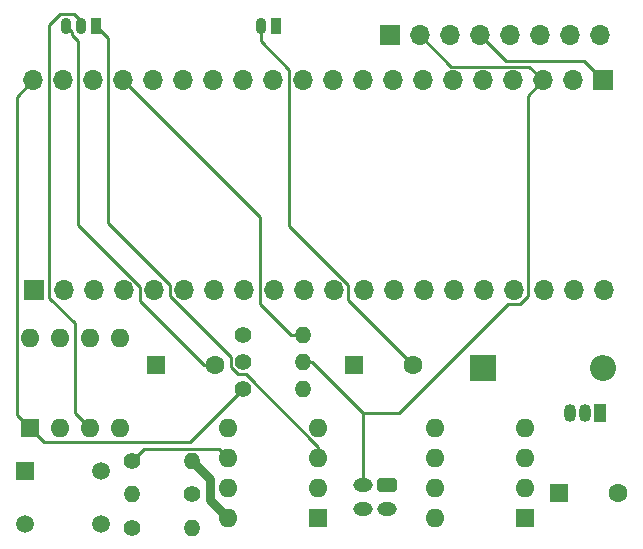
<source format=gbr>
%TF.GenerationSoftware,KiCad,Pcbnew,7.0.7*%
%TF.CreationDate,2023-10-19T14:55:39-04:00*%
%TF.ProjectId,Capstone-board-v1,43617073-746f-46e6-952d-626f6172642d,rev?*%
%TF.SameCoordinates,Original*%
%TF.FileFunction,Copper,L2,Bot*%
%TF.FilePolarity,Positive*%
%FSLAX46Y46*%
G04 Gerber Fmt 4.6, Leading zero omitted, Abs format (unit mm)*
G04 Created by KiCad (PCBNEW 7.0.7) date 2023-10-19 14:55:39*
%MOMM*%
%LPD*%
G01*
G04 APERTURE LIST*
G04 Aperture macros list*
%AMRoundRect*
0 Rectangle with rounded corners*
0 $1 Rounding radius*
0 $2 $3 $4 $5 $6 $7 $8 $9 X,Y pos of 4 corners*
0 Add a 4 corners polygon primitive as box body*
4,1,4,$2,$3,$4,$5,$6,$7,$8,$9,$2,$3,0*
0 Add four circle primitives for the rounded corners*
1,1,$1+$1,$2,$3*
1,1,$1+$1,$4,$5*
1,1,$1+$1,$6,$7*
1,1,$1+$1,$8,$9*
0 Add four rect primitives between the rounded corners*
20,1,$1+$1,$2,$3,$4,$5,0*
20,1,$1+$1,$4,$5,$6,$7,0*
20,1,$1+$1,$6,$7,$8,$9,0*
20,1,$1+$1,$8,$9,$2,$3,0*%
G04 Aperture macros list end*
%TA.AperFunction,ComponentPad*%
%ADD10RoundRect,0.225000X0.225000X0.475000X-0.225000X0.475000X-0.225000X-0.475000X0.225000X-0.475000X0*%
%TD*%
%TA.AperFunction,ComponentPad*%
%ADD11O,0.900000X1.400000*%
%TD*%
%TA.AperFunction,ComponentPad*%
%ADD12R,1.508000X1.508000*%
%TD*%
%TA.AperFunction,ComponentPad*%
%ADD13C,1.508000*%
%TD*%
%TA.AperFunction,ComponentPad*%
%ADD14R,1.050000X1.500000*%
%TD*%
%TA.AperFunction,ComponentPad*%
%ADD15O,1.050000X1.500000*%
%TD*%
%TA.AperFunction,ComponentPad*%
%ADD16C,1.400000*%
%TD*%
%TA.AperFunction,ComponentPad*%
%ADD17O,1.400000X1.400000*%
%TD*%
%TA.AperFunction,ComponentPad*%
%ADD18R,1.600000X1.600000*%
%TD*%
%TA.AperFunction,ComponentPad*%
%ADD19O,1.600000X1.600000*%
%TD*%
%TA.AperFunction,ComponentPad*%
%ADD20C,1.600000*%
%TD*%
%TA.AperFunction,ComponentPad*%
%ADD21RoundRect,0.250000X-0.575000X0.350000X-0.575000X-0.350000X0.575000X-0.350000X0.575000X0.350000X0*%
%TD*%
%TA.AperFunction,ComponentPad*%
%ADD22O,1.650000X1.200000*%
%TD*%
%TA.AperFunction,ComponentPad*%
%ADD23R,1.700000X1.700000*%
%TD*%
%TA.AperFunction,ComponentPad*%
%ADD24O,1.700000X1.700000*%
%TD*%
%TA.AperFunction,ComponentPad*%
%ADD25R,2.200000X2.200000*%
%TD*%
%TA.AperFunction,ComponentPad*%
%ADD26O,2.200000X2.200000*%
%TD*%
%TA.AperFunction,Conductor*%
%ADD27C,0.750000*%
%TD*%
%TA.AperFunction,Conductor*%
%ADD28C,0.250000*%
%TD*%
G04 APERTURE END LIST*
D10*
%TO.P,U3,1,VCC*%
%TO.N,Net-(U1-IN)*%
X29972000Y-22860000D03*
D11*
%TO.P,U3,2,VOUT*%
%TO.N,Net-(U3-VOUT)*%
X28722000Y-22860000D03*
%TO.P,U3,3,GND*%
%TO.N,Earth*%
X27472000Y-22860000D03*
%TD*%
D10*
%TO.P,M1,1,+*%
%TO.N,Net-(D1-K)*%
X45192000Y-22860000D03*
D11*
%TO.P,M1,2,-*%
%TO.N,Net-(D1-A)*%
X43942000Y-22860000D03*
%TD*%
D12*
%TO.P,S1,1*%
%TO.N,Net-(C1-Pad1)*%
X23928000Y-60488000D03*
D13*
%TO.P,S1,2*%
%TO.N,unconnected-(S1-Pad2)*%
X30428000Y-60488000D03*
%TO.P,S1,3*%
%TO.N,unconnected-(S1-Pad3)*%
X23928000Y-64988000D03*
%TO.P,S1,4*%
%TO.N,Net-(U2-THR)*%
X30428000Y-64988000D03*
%TD*%
D14*
%TO.P,Q1,1,E*%
%TO.N,Earth*%
X72644000Y-55626000D03*
D15*
%TO.P,Q1,2,B*%
%TO.N,Net-(Q1-B)*%
X71374000Y-55626000D03*
%TO.P,Q1,3,C*%
%TO.N,Net-(D1-A)*%
X70104000Y-55626000D03*
%TD*%
D16*
%TO.P,R4,1*%
%TO.N,Net-(Q1-B)*%
X42418000Y-49022000D03*
D17*
%TO.P,R4,2*%
%TO.N,Net-(J1-Pin_17)*%
X47498000Y-49022000D03*
%TD*%
D18*
%TO.P,U2,1,GND*%
%TO.N,Earth*%
X48768000Y-64470500D03*
D19*
%TO.P,U2,2,TR*%
%TO.N,Net-(U2-THR)*%
X48768000Y-61930500D03*
%TO.P,U2,3,Q*%
%TO.N,Net-(U1-IN)*%
X48768000Y-59390500D03*
%TO.P,U2,4,R*%
%TO.N,VCC*%
X48768000Y-56850500D03*
%TO.P,U2,5,CV*%
%TO.N,unconnected-(U2-CV-Pad5)*%
X41148000Y-56850500D03*
%TO.P,U2,6,THR*%
%TO.N,Net-(U2-THR)*%
X41148000Y-59390500D03*
%TO.P,U2,7,DIS*%
%TO.N,unconnected-(U2-DIS-Pad7)*%
X41148000Y-61930500D03*
%TO.P,U2,8,VCC*%
%TO.N,VCC*%
X41148000Y-64470500D03*
%TD*%
D18*
%TO.P,U1,1,OUT*%
%TO.N,Net-(D1-K)*%
X66284000Y-64506000D03*
D19*
%TO.P,U1,2,NC/ADJ*%
%TO.N,unconnected-(U1-NC{slash}ADJ-Pad2)*%
X66284000Y-61966000D03*
%TO.P,U1,3,GND*%
%TO.N,Earth*%
X66284000Y-59426000D03*
%TO.P,U1,4,NC*%
%TO.N,unconnected-(U1-NC-Pad4)*%
X66284000Y-56886000D03*
%TO.P,U1,5,\u002ASHDN*%
%TO.N,unconnected-(U1-\u002ASHDN-Pad5)*%
X58664000Y-56886000D03*
%TO.P,U1,6,NC*%
%TO.N,unconnected-(U1-NC-Pad6)*%
X58664000Y-59426000D03*
%TO.P,U1,7,NC*%
%TO.N,unconnected-(U1-NC-Pad7)*%
X58664000Y-61966000D03*
%TO.P,U1,8,IN*%
%TO.N,Net-(U1-IN)*%
X58664000Y-64506000D03*
%TD*%
D18*
%TO.P,C1,1*%
%TO.N,Net-(C1-Pad1)*%
X35092000Y-51562000D03*
D20*
%TO.P,C1,2*%
%TO.N,Earth*%
X40092000Y-51562000D03*
%TD*%
D16*
%TO.P,R6,1*%
%TO.N,Net-(J1-Pin_20)*%
X42418000Y-53594000D03*
D17*
%TO.P,R6,2*%
%TO.N,Net-(U4--)*%
X47498000Y-53594000D03*
%TD*%
D16*
%TO.P,R2,1*%
%TO.N,Earth*%
X38130000Y-62480000D03*
D17*
%TO.P,R2,2*%
%TO.N,Net-(U2-THR)*%
X33050000Y-62480000D03*
%TD*%
D16*
%TO.P,R3,1*%
%TO.N,Net-(U2-THR)*%
X33020000Y-59644500D03*
D17*
%TO.P,R3,2*%
%TO.N,VCC*%
X38100000Y-59644500D03*
%TD*%
D21*
%TO.P,BT1,1,+*%
%TO.N,VCC*%
X54578000Y-61722000D03*
D22*
%TO.P,BT1,2,-*%
%TO.N,Earth*%
X52578000Y-61722000D03*
%TO.P,BT1,3*%
%TO.N,N/C*%
X54578000Y-63722000D03*
%TO.P,BT1,4*%
X52578000Y-63722000D03*
%TD*%
D18*
%TO.P,C3,1*%
%TO.N,Net-(D1-K)*%
X51856000Y-51562000D03*
D20*
%TO.P,C3,2*%
%TO.N,Net-(D1-A)*%
X56856000Y-51562000D03*
%TD*%
D18*
%TO.P,U4,1*%
%TO.N,Net-(J1-Pin_20)*%
X24394000Y-56886000D03*
D19*
%TO.P,U4,2,-*%
%TO.N,Net-(U4--)*%
X26934000Y-56886000D03*
%TO.P,U4,3,+*%
%TO.N,Net-(U3-VOUT)*%
X29474000Y-56886000D03*
%TO.P,U4,4,V-*%
%TO.N,Earth*%
X32014000Y-56886000D03*
%TO.P,U4,5*%
%TO.N,N/C*%
X32014000Y-49266000D03*
%TO.P,U4,6*%
X29474000Y-49266000D03*
%TO.P,U4,7*%
X26934000Y-49266000D03*
%TO.P,U4,8,V+*%
%TO.N,Net-(D1-K)*%
X24394000Y-49266000D03*
%TD*%
D23*
%TO.P,J3,1,Pin_1*%
%TO.N,Net-(D1-K)*%
X54864000Y-23622000D03*
D24*
%TO.P,J3,2,Pin_2*%
%TO.N,Earth*%
X57404000Y-23622000D03*
%TO.P,J3,3,Pin_3*%
%TO.N,Net-(J1-Pin_2)*%
X59944000Y-23622000D03*
%TO.P,J3,4,Pin_4*%
%TO.N,Net-(J1-Pin_1)*%
X62484000Y-23622000D03*
%TO.P,J3,5,Pin_5*%
%TO.N,unconnected-(J3-Pin_5-Pad5)*%
X65024000Y-23622000D03*
%TO.P,J3,6,Pin_6*%
%TO.N,unconnected-(J3-Pin_6-Pad6)*%
X67564000Y-23622000D03*
%TO.P,J3,7,Pin_7*%
%TO.N,unconnected-(J3-Pin_7-Pad7)*%
X70104000Y-23622000D03*
%TO.P,J3,8,Pin_8*%
%TO.N,unconnected-(J3-Pin_8-Pad8)*%
X72644000Y-23622000D03*
%TD*%
D23*
%TO.P,J1,1,Pin_1*%
%TO.N,Net-(J1-Pin_1)*%
X72898000Y-27432000D03*
D24*
%TO.P,J1,2,Pin_2*%
%TO.N,Net-(J1-Pin_2)*%
X70358000Y-27432000D03*
%TO.P,J1,3,Pin_3*%
%TO.N,Earth*%
X67818000Y-27432000D03*
%TO.P,J1,4,Pin_4*%
%TO.N,unconnected-(J1-Pin_4-Pad4)*%
X65278000Y-27432000D03*
%TO.P,J1,5,Pin_5*%
%TO.N,unconnected-(J1-Pin_5-Pad5)*%
X62738000Y-27432000D03*
%TO.P,J1,6,Pin_6*%
%TO.N,unconnected-(J1-Pin_6-Pad6)*%
X60198000Y-27432000D03*
%TO.P,J1,7,Pin_7*%
%TO.N,unconnected-(J1-Pin_7-Pad7)*%
X57658000Y-27432000D03*
%TO.P,J1,8,Pin_8*%
%TO.N,unconnected-(J1-Pin_8-Pad8)*%
X55118000Y-27432000D03*
%TO.P,J1,9,Pin_9*%
%TO.N,unconnected-(J1-Pin_9-Pad9)*%
X52578000Y-27432000D03*
%TO.P,J1,10,Pin_10*%
%TO.N,unconnected-(J1-Pin_10-Pad10)*%
X50038000Y-27432000D03*
%TO.P,J1,11,Pin_11*%
%TO.N,unconnected-(J1-Pin_11-Pad11)*%
X47498000Y-27432000D03*
%TO.P,J1,12,Pin_12*%
%TO.N,unconnected-(J1-Pin_12-Pad12)*%
X44958000Y-27432000D03*
%TO.P,J1,13,Pin_13*%
%TO.N,unconnected-(J1-Pin_13-Pad13)*%
X42418000Y-27432000D03*
%TO.P,J1,14,Pin_14*%
%TO.N,unconnected-(J1-Pin_14-Pad14)*%
X39878000Y-27432000D03*
%TO.P,J1,15,Pin_15*%
%TO.N,unconnected-(J1-Pin_15-Pad15)*%
X37338000Y-27432000D03*
%TO.P,J1,16,Pin_16*%
%TO.N,unconnected-(J1-Pin_16-Pad16)*%
X34798000Y-27432000D03*
%TO.P,J1,17,Pin_17*%
%TO.N,Net-(J1-Pin_17)*%
X32258000Y-27432000D03*
%TO.P,J1,18,Pin_18*%
%TO.N,unconnected-(J1-Pin_18-Pad18)*%
X29718000Y-27432000D03*
%TO.P,J1,19,Pin_19*%
%TO.N,unconnected-(J1-Pin_19-Pad19)*%
X27178000Y-27432000D03*
%TO.P,J1,20,Pin_20*%
%TO.N,Net-(J1-Pin_20)*%
X24638000Y-27432000D03*
%TD*%
D16*
%TO.P,R5,1*%
%TO.N,Net-(U4--)*%
X42418000Y-51308000D03*
D17*
%TO.P,R5,2*%
%TO.N,Earth*%
X47498000Y-51308000D03*
%TD*%
D23*
%TO.P,J2,1,Pin_1*%
%TO.N,unconnected-(J2-Pin_1-Pad1)*%
X24714200Y-45212000D03*
D24*
%TO.P,J2,2,Pin_2*%
%TO.N,unconnected-(J2-Pin_2-Pad2)*%
X27254200Y-45212000D03*
%TO.P,J2,3,Pin_3*%
%TO.N,unconnected-(J2-Pin_3-Pad3)*%
X29794200Y-45212000D03*
%TO.P,J2,4,Pin_4*%
%TO.N,unconnected-(J2-Pin_4-Pad4)*%
X32334200Y-45212000D03*
%TO.P,J2,5,Pin_5*%
%TO.N,unconnected-(J2-Pin_5-Pad5)*%
X34874200Y-45212000D03*
%TO.P,J2,6,Pin_6*%
%TO.N,unconnected-(J2-Pin_6-Pad6)*%
X37414200Y-45212000D03*
%TO.P,J2,7,Pin_7*%
%TO.N,unconnected-(J2-Pin_7-Pad7)*%
X39954200Y-45212000D03*
%TO.P,J2,8,Pin_8*%
%TO.N,unconnected-(J2-Pin_8-Pad8)*%
X42494200Y-45212000D03*
%TO.P,J2,9,Pin_9*%
%TO.N,unconnected-(J2-Pin_9-Pad9)*%
X45034200Y-45212000D03*
%TO.P,J2,10,Pin_10*%
%TO.N,unconnected-(J2-Pin_10-Pad10)*%
X47574200Y-45212000D03*
%TO.P,J2,11,Pin_11*%
%TO.N,unconnected-(J2-Pin_11-Pad11)*%
X50114200Y-45212000D03*
%TO.P,J2,12,Pin_12*%
%TO.N,unconnected-(J2-Pin_12-Pad12)*%
X52654200Y-45212000D03*
%TO.P,J2,13,Pin_13*%
%TO.N,unconnected-(J2-Pin_13-Pad13)*%
X55194200Y-45212000D03*
%TO.P,J2,14,Pin_14*%
%TO.N,unconnected-(J2-Pin_14-Pad14)*%
X57734200Y-45212000D03*
%TO.P,J2,15,Pin_15*%
%TO.N,unconnected-(J2-Pin_15-Pad15)*%
X60274200Y-45212000D03*
%TO.P,J2,16,Pin_16*%
%TO.N,unconnected-(J2-Pin_16-Pad16)*%
X62814200Y-45212000D03*
%TO.P,J2,17,Pin_17*%
%TO.N,unconnected-(J2-Pin_17-Pad17)*%
X65354200Y-45212000D03*
%TO.P,J2,18,Pin_18*%
%TO.N,unconnected-(J2-Pin_18-Pad18)*%
X67894200Y-45212000D03*
%TO.P,J2,19,Pin_19*%
%TO.N,Net-(D1-K)*%
X70434200Y-45212000D03*
%TO.P,J2,20,Pin_20*%
%TO.N,unconnected-(J2-Pin_20-Pad20)*%
X72974200Y-45212000D03*
%TD*%
D18*
%TO.P,C2,1*%
%TO.N,Net-(D1-K)*%
X69168000Y-62378000D03*
D20*
%TO.P,C2,2*%
%TO.N,Earth*%
X74168000Y-62378000D03*
%TD*%
D25*
%TO.P,D1,1,K*%
%TO.N,Net-(D1-K)*%
X62738000Y-51816000D03*
D26*
%TO.P,D1,2,A*%
%TO.N,Net-(D1-A)*%
X72898000Y-51816000D03*
%TD*%
D16*
%TO.P,R1,1*%
%TO.N,Net-(C1-Pad1)*%
X33050000Y-65300000D03*
D17*
%TO.P,R1,2*%
%TO.N,Net-(U1-IN)*%
X38130000Y-65300000D03*
%TD*%
D27*
%TO.N,VCC*%
X38100000Y-59644500D02*
X39630000Y-61174500D01*
X39630000Y-62952500D02*
X41148000Y-64470500D01*
X39630000Y-61174500D02*
X39630000Y-62952500D01*
D28*
%TO.N,Earth*%
X48258000Y-51308000D02*
X47498000Y-51308000D01*
X66529200Y-45698701D02*
X66529200Y-28720800D01*
X27947000Y-23335000D02*
X27947000Y-23591000D01*
X64867499Y-46387000D02*
X65840901Y-46387000D01*
X33699200Y-46145200D02*
X39116000Y-51562000D01*
X28448000Y-24092000D02*
X28448000Y-39664099D01*
X65840901Y-46387000D02*
X66529200Y-45698701D01*
X39116000Y-51562000D02*
X40092000Y-51562000D01*
X55626499Y-55628000D02*
X64867499Y-46387000D01*
X67818000Y-27432000D02*
X66643000Y-26257000D01*
X52578000Y-61722000D02*
X52578000Y-55628000D01*
X28448000Y-39664099D02*
X33699200Y-44915299D01*
X27947000Y-23591000D02*
X28448000Y-24092000D01*
X27472000Y-22860000D02*
X27947000Y-23335000D01*
X33699200Y-44915299D02*
X33699200Y-46145200D01*
X52578000Y-55628000D02*
X48258000Y-51308000D01*
X66529200Y-28720800D02*
X67818000Y-27432000D01*
X52578000Y-55628000D02*
X55626499Y-55628000D01*
X60039000Y-26257000D02*
X57404000Y-23622000D01*
X66643000Y-26257000D02*
X60039000Y-26257000D01*
%TO.N,Net-(D1-A)*%
X46323000Y-39759099D02*
X46323000Y-26511000D01*
X56856000Y-51562000D02*
X51308000Y-46014000D01*
X51308000Y-46014000D02*
X51308000Y-44744099D01*
X43942000Y-24130000D02*
X43942000Y-22860000D01*
X46323000Y-26511000D02*
X43942000Y-24130000D01*
X51308000Y-44744099D02*
X46323000Y-39759099D01*
%TO.N,Net-(J1-Pin_1)*%
X64669000Y-25807000D02*
X71273000Y-25807000D01*
X62484000Y-23622000D02*
X64669000Y-25807000D01*
X71273000Y-25807000D02*
X72898000Y-27432000D01*
%TO.N,Net-(J1-Pin_17)*%
X47498000Y-49022000D02*
X46508051Y-49022000D01*
X46508051Y-49022000D02*
X43859200Y-46373149D01*
X43859200Y-46373149D02*
X43859200Y-39033200D01*
X43859200Y-39033200D02*
X32258000Y-27432000D01*
%TO.N,Net-(J1-Pin_20)*%
X42418000Y-53594000D02*
X37932000Y-58080000D01*
X24394000Y-56886000D02*
X23269000Y-55761000D01*
X23269000Y-28801000D02*
X24638000Y-27432000D01*
X37932000Y-58080000D02*
X25588000Y-58080000D01*
X25588000Y-58080000D02*
X24394000Y-56886000D01*
X23269000Y-55761000D02*
X23269000Y-28801000D01*
%TO.N,Net-(U2-THR)*%
X33020000Y-59644500D02*
X34045000Y-58619500D01*
X40377000Y-58619500D02*
X41148000Y-59390500D01*
X34045000Y-58619500D02*
X40377000Y-58619500D01*
%TO.N,Net-(U1-IN)*%
X41393000Y-50852501D02*
X36239200Y-45698701D01*
X41993431Y-52333000D02*
X41393000Y-51732569D01*
X36239200Y-44725299D02*
X30988000Y-39474099D01*
X48768000Y-58441491D02*
X42659509Y-52333000D01*
X48768000Y-59390500D02*
X48768000Y-58441491D01*
X30988000Y-39474099D02*
X30988000Y-23876000D01*
X42659509Y-52333000D02*
X41993431Y-52333000D01*
X36239200Y-45698701D02*
X36239200Y-44725299D01*
X41393000Y-51732569D02*
X41393000Y-50852501D01*
X30988000Y-23876000D02*
X29972000Y-22860000D01*
%TO.N,Net-(U3-VOUT)*%
X28194000Y-55606000D02*
X29474000Y-56886000D01*
X26933000Y-21835000D02*
X26003000Y-22765000D01*
X28722000Y-22410000D02*
X28147000Y-21835000D01*
X26003000Y-45815000D02*
X28194000Y-48006000D01*
X28147000Y-21835000D02*
X26933000Y-21835000D01*
X28722000Y-22860000D02*
X28722000Y-22410000D01*
X26003000Y-22765000D02*
X26003000Y-45815000D01*
X28194000Y-48006000D02*
X28194000Y-55606000D01*
X28722000Y-22860000D02*
X28722000Y-23310000D01*
%TD*%
M02*

</source>
